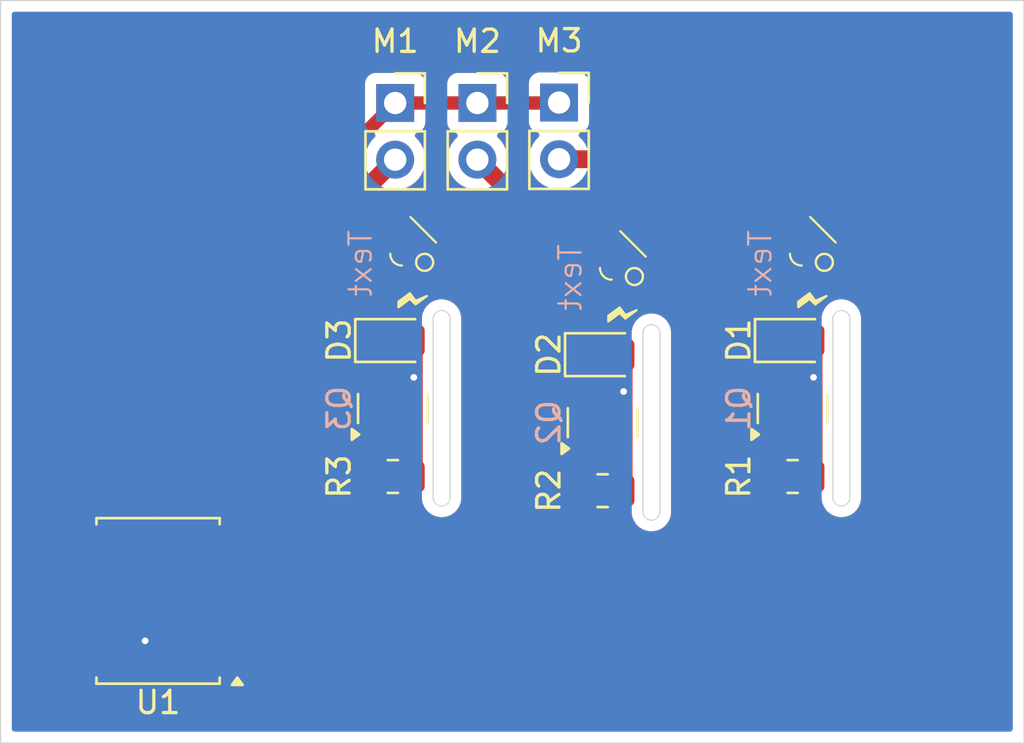
<source format=kicad_pcb>
(kicad_pcb (version 20240108) (generator "pcbnew") (generator_version "8.0")
  (layers (0 "F.Cu" signal) (31 "B.Cu" signal) (34 "B.Paste" user) (35 "F.Paste" user) (36 "B.SilkS" user "B.Silkscreen") (37 "F.SilkS" user "F.Silkscreen") (38 "B.Mask" user) (39 "F.Mask" user) (44 "Edge.Cuts" user))
  (net 0 "")
  (net 1 "/Sinking Digital2/Output")
  (net 2 "+3.3V")
  (net 3 "/Sinking Digital1/Output")
  (net 4 "/Sinking Digital/Output")
  (net 5 "GND")
  (net 6 "/Sinking Digital/Input")
  (net 7 "/Sinking Digital1/Input")
  (net 8 "/Sinking Digital2/Input")
  (footprint "Package_SO:SSOP-20_5.3x7.2mm_P0.65mm" (layer "F.Cu") (at 75.001 44.566 180)
    (property "Reference" "U1" (at 0 -4.55 180) (layer "F.SilkS"))
    (property "Value" "ATtiny1626-X")
    (fp_line (start 2.76 3.71) (end 2.76 3.435) (stroke (width 0.12)) (layer "F.SilkS"))
    (fp_line (start 2.76 -3.71) (end 2.76 -3.435) (stroke (width 0.12)) (layer "F.SilkS"))
    (fp_line (start 0 3.71) (end 2.76 3.71) (stroke (width 0.12)) (layer "F.SilkS"))
    (fp_line (start 0 3.71) (end -2.76 3.71) (stroke (width 0.12)) (layer "F.SilkS"))
    (fp_line (start 0 -3.71) (end 2.76 -3.71) (stroke (width 0.12)) (layer "F.SilkS"))
    (fp_line (start 0 -3.71) (end -2.76 -3.71) (stroke (width 0.12)) (layer "F.SilkS"))
    (fp_line (start -2.76 3.71) (end -2.76 3.435) (stroke (width 0.12)) (layer "F.SilkS"))
    (fp_line (start -2.76 -3.71) (end -2.76 -3.435) (stroke (width 0.12)) (layer "F.SilkS"))
    (fp_poly (pts (xy -3.55 -3.435) (xy -3.79 -3.765) (xy -3.309999 -3.765) (xy -3.55 -3.435)) (stroke (width 0.12)) (fill solid) (layer "F.SilkS"))
    (pad "1" smd roundrect (at -3.5 -2.925 180) (size 1.9 0.5) (layers "F.Cu" "F.Paste" "F.Mask") (net 2 "+3.3V"))
    (pad "2" smd roundrect (at -3.5 -2.275 180) (size 1.9 0.5) (layers "F.Cu" "F.Paste" "F.Mask"))
    (pad "3" smd roundrect (at -3.5 -1.625 180) (size 1.9 0.5) (layers "F.Cu" "F.Paste" "F.Mask"))
    (pad "4" smd roundrect (at -3.5 -0.975 180) (size 1.9 0.5) (layers "F.Cu" "F.Paste" "F.Mask"))
    (pad "5" smd roundrect (at -3.5 -0.325 180) (size 1.9 0.5) (layers "F.Cu" "F.Paste" "F.Mask"))
    (pad "6" smd roundrect (at -3.5 0.325 180) (size 1.9 0.5) (layers "F.Cu" "F.Paste" "F.Mask") (net 6 "/Sinking Digital/Input"))
    (pad "7" smd roundrect (at -3.5 0.975 180) (size 1.9 0.5) (layers "F.Cu" "F.Paste" "F.Mask") (net 7 "/Sinking Digital1/Input"))
    (pad "8" smd roundrect (at -3.5 1.625 180) (size 1.9 0.5) (layers "F.Cu" "F.Paste" "F.Mask") (net 8 "/Sinking Digital2/Input"))
    (pad "9" smd roundrect (at -3.5 2.275 180) (size 1.9 0.5) (layers "F.Cu" "F.Paste" "F.Mask"))
    (pad "10" smd roundrect (at -3.5 2.925 180) (size 1.9 0.5) (layers "F.Cu" "F.Paste" "F.Mask"))
    (pad "11" smd roundrect (at 3.5 2.925 180) (size 1.9 0.5) (layers "F.Cu" "F.Paste" "F.Mask"))
    (pad "12" smd roundrect (at 3.5 2.275 180) (size 1.9 0.5) (layers "F.Cu" "F.Paste" "F.Mask"))
    (pad "13" smd roundrect (at 3.5 1.625 180) (size 1.9 0.5) (layers "F.Cu" "F.Paste" "F.Mask"))
    (pad "14" smd roundrect (at 3.5 0.975 180) (size 1.9 0.5) (layers "F.Cu" "F.Paste" "F.Mask"))
    (pad "15" smd roundrect (at 3.5 0.325 180) (size 1.9 0.5) (layers "F.Cu" "F.Paste" "F.Mask"))
    (pad "16" smd roundrect (at 3.5 -0.325 180) (size 1.9 0.5) (layers "F.Cu" "F.Paste" "F.Mask"))
    (pad "17" smd roundrect (at 3.5 -0.975 180) (size 1.9 0.5) (layers "F.Cu" "F.Paste" "F.Mask"))
    (pad "18" smd roundrect (at 3.5 -1.625 180) (size 1.9 0.5) (layers "F.Cu" "F.Paste" "F.Mask"))
    (pad "19" smd roundrect (at 3.5 -2.275 180) (size 1.9 0.5) (layers "F.Cu" "F.Paste" "F.Mask"))
    (pad "20" smd roundrect (at 3.5 -2.925 180) (size 1.9 0.5) (layers "F.Cu" "F.Paste" "F.Mask") (net 5 "GND"))
  )
  (footprint "Diode_SMD:D_0805_2012Metric" (layer "F.Cu") (at 85.519501 32.893)
    (property "Reference" "D3" (at -2.413 0 -90) (layer "F.SilkS"))
    (property "Value" "D_Schottky_Small")
    (fp_line (start -1.684999 -0.96) (end -1.684999 0.96) (stroke (width 0.12)) (layer "F.SilkS"))
    (fp_line (start -1.684999 0.96) (end 1 0.96) (stroke (width 0.12)) (layer "F.SilkS"))
    (fp_line (start 1 -0.96) (end -1.684999 -0.96) (stroke (width 0.12)) (layer "F.SilkS"))
    (pad "1" smd roundrect (at -0.937501 0) (size 0.975 1.4) (layers "F.Cu" "F.Paste" "F.Mask") (net 1 "/Sinking Digital2/Output"))
    (pad "2" smd roundrect (at 0.937501 0) (size 0.975 1.4) (layers "F.Cu" "F.Paste" "F.Mask") (net 5 "GND"))
  )
  (footprint "Resistor_SMD:R_0805_2012Metric" (layer "F.Cu") (at 94.917501 39.624)
    (property "Reference" "R2" (at -2.413 0 -90) (layer "F.SilkS"))
    (property "Value" "10k")
    (fp_line (start -0.227064 -0.735) (end 0.227064 -0.735) (stroke (width 0.12)) (layer "F.SilkS"))
    (fp_line (start -0.227064 0.735) (end 0.227064 0.735) (stroke (width 0.12)) (layer "F.SilkS"))
    (pad "1" smd roundrect (at -0.9125 0) (size 1.025 1.4) (layers "F.Cu" "F.Paste" "F.Mask") (roundrect_rratio 0.243902) (net 7 "/Sinking Digital1/Input"))
    (pad "2" smd roundrect (at 0.9125 0) (size 1.025 1.4) (layers "F.Cu" "F.Paste" "F.Mask") (roundrect_rratio 0.243902) (net 5 "GND"))
  )
  (footprint "Package_TO_SOT_SMD:SOT-23" (layer "F.Cu") (at 94.917501 36.576 90)
    (property "Reference" "Q2" (at 0 -2.413 90) (layer "B.SilkS") (effects (justify mirror)))
    (property "Value" "MMBT2222A")
    (fp_line (start 0 -1.560001) (end 0.65 -1.56) (stroke (width 0.12)) (layer "F.SilkS"))
    (fp_line (start 0 -1.560001) (end -0.65 -1.56) (stroke (width 0.12)) (layer "F.SilkS"))
    (fp_line (start 0 1.560001) (end 0.65 1.56) (stroke (width 0.12)) (layer "F.SilkS"))
    (fp_line (start 0 1.560001) (end -0.65 1.56) (stroke (width 0.12)) (layer "F.SilkS"))
    (fp_poly (pts (xy -1.1625 -1.51) (xy -1.4025 -1.84) (xy -0.9225 -1.839999) (xy -1.1625 -1.51)) (stroke (width 0.12)) (fill solid) (layer "F.SilkS"))
    (pad "1" smd roundrect (at -0.9375 -0.95 90) (size 1.475 0.6) (layers "F.Cu" "F.Paste" "F.Mask") (net 7 "/Sinking Digital1/Input"))
    (pad "2" smd roundrect (at -0.9375 0.95 90) (size 1.475 0.6) (layers "F.Cu" "F.Paste" "F.Mask") (net 5 "GND"))
    (pad "3" smd roundrect (at 0.937501 0 90) (size 1.475 0.6) (layers "F.Cu" "F.Paste" "F.Mask") (net 3 "/Sinking Digital1/Output"))
  )
  (footprint "Connector_PinSocket_2.54mm:PinSocket_1x02_P2.54mm_Vertical" (layer "F.Cu") (at 89.306 22.245)
    (property "Reference" "M2" (at 0 -2.77 0) (layer "F.SilkS"))
    (property "Value" "Motor_DC" (hide yes))
    (fp_line (start -1.33 1.27) (end -1.33 3.87) (stroke (width 0.12)) (layer "F.SilkS"))
    (fp_line (start -1.33 1.27) (end 1.33 1.27) (stroke (width 0.12)) (layer "F.SilkS"))
    (fp_line (start -1.33 3.87) (end 1.33 3.87) (stroke (width 0.12)) (layer "F.SilkS"))
    (fp_line (start 0 -1.33) (end 1.33 -1.33) (stroke (width 0.12)) (layer "F.SilkS"))
    (fp_line (start 1.33 -1.33) (end 1.33 0) (stroke (width 0.12)) (layer "F.SilkS"))
    (fp_line (start 1.33 1.27) (end 1.33 3.87) (stroke (width 0.12)) (layer "F.SilkS"))
    (pad "1" thru_hole rect (at 0 0) (size 1.7 1.7) (drill 1) (layers "*.Cu" "*.Mask") (net 2 "+3.3V"))
    (pad "2" thru_hole oval (at 0 2.54) (size 1.7 1.7) (drill 1) (layers "*.Cu" "*.Mask") (net 3 "/Sinking Digital1/Output"))
  )
  (footprint "Resistor_SMD:R_0805_2012Metric" (layer "F.Cu") (at 85.519501 38.989)
    (property "Reference" "R3" (at -2.413 0 -90) (layer "F.SilkS"))
    (property "Value" "10k")
    (fp_line (start -0.227064 -0.735) (end 0.227064 -0.735) (stroke (width 0.12)) (layer "F.SilkS"))
    (fp_line (start -0.227064 0.735) (end 0.227064 0.735) (stroke (width 0.12)) (layer "F.SilkS"))
    (pad "1" smd roundrect (at -0.9125 0) (size 1.025 1.4) (layers "F.Cu" "F.Paste" "F.Mask") (roundrect_rratio 0.243902) (net 8 "/Sinking Digital2/Input"))
    (pad "2" smd roundrect (at 0.9125 0) (size 1.025 1.4) (layers "F.Cu" "F.Paste" "F.Mask") (roundrect_rratio 0.243902) (net 5 "GND"))
  )
  (footprint "Diode_SMD:D_0805_2012Metric" (layer "F.Cu") (at 94.917501 33.528)
    (property "Reference" "D2" (at -2.413 0 -90) (layer "F.SilkS"))
    (property "Value" "D_Schottky_Small")
    (fp_line (start -1.684999 -0.96) (end -1.684999 0.96) (stroke (width 0.12)) (layer "F.SilkS"))
    (fp_line (start -1.684999 0.96) (end 1 0.96) (stroke (width 0.12)) (layer "F.SilkS"))
    (fp_line (start 1 -0.96) (end -1.684999 -0.96) (stroke (width 0.12)) (layer "F.SilkS"))
    (pad "1" smd roundrect (at -0.937501 0) (size 0.975 1.4) (layers "F.Cu" "F.Paste" "F.Mask") (net 3 "/Sinking Digital1/Output"))
    (pad "2" smd roundrect (at 0.937501 0) (size 0.975 1.4) (layers "F.Cu" "F.Paste" "F.Mask") (net 5 "GND"))
  )
  (footprint "Package_TO_SOT_SMD:SOT-23" (layer "F.Cu") (at 103.426501 35.941 90)
    (property "Reference" "Q1" (at 0 -2.413 90) (layer "B.SilkS") (effects (justify mirror)))
    (property "Value" "MMBT2222A")
    (fp_line (start 0 -1.560001) (end 0.65 -1.56) (stroke (width 0.12)) (layer "F.SilkS"))
    (fp_line (start 0 -1.560001) (end -0.65 -1.56) (stroke (width 0.12)) (layer "F.SilkS"))
    (fp_line (start 0 1.560001) (end 0.65 1.56) (stroke (width 0.12)) (layer "F.SilkS"))
    (fp_line (start 0 1.560001) (end -0.65 1.56) (stroke (width 0.12)) (layer "F.SilkS"))
    (fp_poly (pts (xy -1.1625 -1.51) (xy -1.4025 -1.84) (xy -0.9225 -1.839999) (xy -1.1625 -1.51)) (stroke (width 0.12)) (fill solid) (layer "F.SilkS"))
    (pad "1" smd roundrect (at -0.9375 -0.95 90) (size 1.475 0.6) (layers "F.Cu" "F.Paste" "F.Mask") (net 6 "/Sinking Digital/Input"))
    (pad "2" smd roundrect (at -0.9375 0.95 90) (size 1.475 0.6) (layers "F.Cu" "F.Paste" "F.Mask") (net 5 "GND"))
    (pad "3" smd roundrect (at 0.937501 0 90) (size 1.475 0.6) (layers "F.Cu" "F.Paste" "F.Mask") (net 4 "/Sinking Digital/Output"))
  )
  (footprint "Package_TO_SOT_SMD:SOT-23" (layer "F.Cu") (at 85.519501 35.941 90)
    (property "Reference" "Q3" (at 0 -2.413 90) (layer "B.SilkS") (effects (justify mirror)))
    (property "Value" "MMBT2222A")
    (fp_line (start 0 -1.560001) (end 0.65 -1.56) (stroke (width 0.12)) (layer "F.SilkS"))
    (fp_line (start 0 -1.560001) (end -0.65 -1.56) (stroke (width 0.12)) (layer "F.SilkS"))
    (fp_line (start 0 1.560001) (end 0.65 1.56) (stroke (width 0.12)) (layer "F.SilkS"))
    (fp_line (start 0 1.560001) (end -0.65 1.56) (stroke (width 0.12)) (layer "F.SilkS"))
    (fp_poly (pts (xy -1.1625 -1.51) (xy -1.4025 -1.84) (xy -0.9225 -1.839999) (xy -1.1625 -1.51)) (stroke (width 0.12)) (fill solid) (layer "F.SilkS"))
    (pad "1" smd roundrect (at -0.9375 -0.95 90) (size 1.475 0.6) (layers "F.Cu" "F.Paste" "F.Mask") (net 8 "/Sinking Digital2/Input"))
    (pad "2" smd roundrect (at -0.9375 0.95 90) (size 1.475 0.6) (layers "F.Cu" "F.Paste" "F.Mask") (net 5 "GND"))
    (pad "3" smd roundrect (at 0.937501 0 90) (size 1.475 0.6) (layers "F.Cu" "F.Paste" "F.Mask") (net 1 "/Sinking Digital2/Output"))
  )
  (footprint "Connector_PinSocket_2.54mm:PinSocket_1x02_P2.54mm_Vertical" (layer "F.Cu") (at 92.964 22.225)
    (property "Reference" "M3" (at 0 -2.77 0) (layer "F.SilkS"))
    (property "Value" "Motor_DC" (hide yes))
    (fp_line (start -1.33 1.27) (end -1.33 3.87) (stroke (width 0.12)) (layer "F.SilkS"))
    (fp_line (start -1.33 1.27) (end 1.33 1.27) (stroke (width 0.12)) (layer "F.SilkS"))
    (fp_line (start -1.33 3.87) (end 1.33 3.87) (stroke (width 0.12)) (layer "F.SilkS"))
    (fp_line (start 0 -1.33) (end 1.33 -1.33) (stroke (width 0.12)) (layer "F.SilkS"))
    (fp_line (start 1.33 -1.33) (end 1.33 0) (stroke (width 0.12)) (layer "F.SilkS"))
    (fp_line (start 1.33 1.27) (end 1.33 3.87) (stroke (width 0.12)) (layer "F.SilkS"))
    (pad "1" thru_hole rect (at 0 0) (size 1.7 1.7) (drill 1) (layers "*.Cu" "*.Mask") (net 2 "+3.3V"))
    (pad "2" thru_hole oval (at 0 2.54) (size 1.7 1.7) (drill 1) (layers "*.Cu" "*.Mask") (net 4 "/Sinking Digital/Output"))
  )
  (footprint "Diode_SMD:D_0805_2012Metric" (layer "F.Cu") (at 103.426501 32.893)
    (property "Reference" "D1" (at -2.413 0 -90) (layer "F.SilkS"))
    (property "Value" "D_Schottky_Small")
    (fp_line (start -1.684999 -0.96) (end -1.684999 0.96) (stroke (width 0.12)) (layer "F.SilkS"))
    (fp_line (start -1.684999 0.96) (end 1 0.96) (stroke (width 0.12)) (layer "F.SilkS"))
    (fp_line (start 1 -0.96) (end -1.684999 -0.96) (stroke (width 0.12)) (layer "F.SilkS"))
    (pad "1" smd roundrect (at -0.937501 0) (size 0.975 1.4) (layers "F.Cu" "F.Paste" "F.Mask") (net 4 "/Sinking Digital/Output"))
    (pad "2" smd roundrect (at 0.937501 0) (size 0.975 1.4) (layers "F.Cu" "F.Paste" "F.Mask") (net 5 "GND"))
  )
  (footprint "Resistor_SMD:R_0805_2012Metric" (layer "F.Cu") (at 103.426501 38.989)
    (property "Reference" "R1" (at -2.413 0 -90) (layer "F.SilkS"))
    (property "Value" "10k")
    (fp_line (start -0.227064 -0.735) (end 0.227064 -0.735) (stroke (width 0.12)) (layer "F.SilkS"))
    (fp_line (start -0.227064 0.735) (end 0.227064 0.735) (stroke (width 0.12)) (layer "F.SilkS"))
    (pad "1" smd roundrect (at -0.9125 0) (size 1.025 1.4) (layers "F.Cu" "F.Paste" "F.Mask") (roundrect_rratio 0.243902) (net 6 "/Sinking Digital/Input"))
    (pad "2" smd roundrect (at 0.9125 0) (size 1.025 1.4) (layers "F.Cu" "F.Paste" "F.Mask") (roundrect_rratio 0.243902) (net 5 "GND"))
  )
  (footprint "Connector_PinSocket_2.54mm:PinSocket_1x02_P2.54mm_Vertical" (layer "F.Cu") (at 85.623 22.245)
    (property "Reference" "M1" (at 0 -2.77 0) (layer "F.SilkS"))
    (property "Value" "Motor_DC" (hide yes))
    (fp_line (start -1.33 1.27) (end -1.33 3.87) (stroke (width 0.12)) (layer "F.SilkS"))
    (fp_line (start -1.33 1.27) (end 1.33 1.27) (stroke (width 0.12)) (layer "F.SilkS"))
    (fp_line (start -1.33 3.87) (end 1.33 3.87) (stroke (width 0.12)) (layer "F.SilkS"))
    (fp_line (start 0 -1.33) (end 1.33 -1.33) (stroke (width 0.12)) (layer "F.SilkS"))
    (fp_line (start 1.33 -1.33) (end 1.33 0) (stroke (width 0.12)) (layer "F.SilkS"))
    (fp_line (start 1.33 1.27) (end 1.33 3.87) (stroke (width 0.12)) (layer "F.SilkS"))
    (pad "1" thru_hole rect (at 0 0) (size 1.7 1.7) (drill 1) (layers "*.Cu" "*.Mask") (net 2 "+3.3V"))
    (pad "2" thru_hole oval (at 0 2.54) (size 1.7 1.7) (drill 1) (layers "*.Cu" "*.Mask") (net 1 "/Sinking Digital2/Output"))
  )
  (gr_poly (pts (xy 85.770689 31.405349) (xy 86.278689 31.024349) (xy 86.53788 31.273158) (xy 87.040689 30.897349) (xy 86.535501 31.115) (xy 86.281916 30.773576) (xy 85.770689 31.151349)) (stroke (width 0.1)) (fill solid) (layer "F.SilkS"))
  (gr_poly (pts (xy 95.168689 32.040349) (xy 95.676689 31.659349) (xy 95.93588 31.908158) (xy 96.438689 31.532349) (xy 95.933501 31.75) (xy 95.679916 31.408576) (xy 95.168689 31.786349)) (stroke (width 0.1)) (fill solid) (layer "F.SilkS"))
  (gr_circle (center 96.339901 30.0228) (end 95.958901 30.0228) (stroke (width 0.1)) (fill none) (layer "F.SilkS"))
  (gr_line (start 104.213901 27.3558) (end 105.356901 28.4988) (stroke (width 0.1)) (layer "F.SilkS"))
  (gr_line (start 95.704901 27.9908) (end 96.847901 29.1338) (stroke (width 0.1)) (layer "F.SilkS"))
  (gr_circle (center 104.848901 29.3878) (end 104.467901 29.3878) (stroke (width 0.1)) (fill none) (layer "F.SilkS"))
  (gr_circle (center 104.848901 29.3878) (end 104.467901 29.3878) (stroke (width 0.1)) (fill none) (layer "F.SilkS"))
  (gr_arc (start 103.832901 29.530434) (mid 103.462636 29.377065) (end 103.309267 29.0068) (stroke (width 0.1)) (layer "F.SilkS"))
  (gr_circle (center 86.941901 29.3878) (end 86.560901 29.3878) (stroke (width 0.1)) (fill none) (layer "F.SilkS"))
  (gr_arc (start 85.925901 29.530434) (mid 85.555636 29.377065) (end 85.402267 29.0068) (stroke (width 0.1)) (layer "F.SilkS"))
  (gr_line (start 86.306901 27.3558) (end 87.449901 28.4988) (stroke (width 0.1)) (layer "F.SilkS"))
  (gr_circle (center 86.941901 29.3878) (end 86.560901 29.3878) (stroke (width 0.1)) (fill none) (layer "F.SilkS"))
  (gr_circle (center 96.339901 30.0228) (end 95.958901 30.0228) (stroke (width 0.1)) (fill none) (layer "F.SilkS"))
  (gr_arc (start 95.323901 30.165434) (mid 94.953636 30.012065) (end 94.800267 29.6418) (stroke (width 0.1)) (layer "F.SilkS"))
  (gr_poly (pts (xy 103.677689 31.405349) (xy 104.185689 31.024349) (xy 104.44488 31.273158) (xy 104.947689 30.897349) (xy 104.442501 31.115) (xy 104.188916 30.773576) (xy 103.677689 31.151349)) (stroke (width 0.1)) (fill solid) (layer "F.SilkS"))
  (gr_arc (start 97.482901 40.5638) (mid 97.101901 40.9448) (end 96.720901 40.5638) (stroke (width 0.05)) (layer "Edge.Cuts"))
  (gr_line (start 105.991901 31.9278) (end 105.991901 39.9288) (stroke (width 0.05)) (layer "Edge.Cuts"))
  (gr_arc (start 96.720901 32.5628) (mid 97.101901 32.1818) (end 97.482901 32.5628) (stroke (width 0.05)) (layer "Edge.Cuts"))
  (gr_arc (start 88.084901 39.9288) (mid 87.703901 40.3098) (end 87.322901 39.9288) (stroke (width 0.05)) (layer "Edge.Cuts"))
  (gr_arc (start 105.229901 31.9278) (mid 105.610901 31.5468) (end 105.991901 31.9278) (stroke (width 0.05)) (layer "Edge.Cuts"))
  (gr_line (start 97.482901 32.5628) (end 97.482901 40.5638) (stroke (width 0.05)) (layer "Edge.Cuts"))
  (gr_line (start 88.084901 31.9278) (end 88.084901 39.9288) (stroke (width 0.05)) (layer "Edge.Cuts"))
  (gr_arc (start 105.991901 39.9288) (mid 105.610901 40.3098) (end 105.229901 39.9288) (stroke (width 0.05)) (layer "Edge.Cuts"))
  (gr_line (start 96.720901 40.5638) (end 96.720901 32.5628) (stroke (width 0.05)) (layer "Edge.Cuts"))
  (gr_arc (start 87.322901 31.9278) (mid 87.703901 31.5468) (end 88.084901 31.9278) (stroke (width 0.05)) (layer "Edge.Cuts"))
  (gr_line (start 105.229901 39.9288) (end 105.229901 31.9278) (stroke (width 0.05)) (layer "Edge.Cuts"))
  (gr_rect (start 67.945 17.653) (end 113.792 50.927) (stroke (width 0.05)) (fill none) (layer "Edge.Cuts"))
  (gr_line (start 87.322901 39.9288) (end 87.322901 31.9278) (stroke (width 0.05)) (layer "Edge.Cuts"))
  (gr_text "Text" (at 94.053901 28.4988 90) (layer "B.SilkS") (effects (font (size 1 1) (thickness 0.1)) (justify left bottom mirror)))
  (gr_text "Text" (at 102.562901 27.8638 90) (layer "B.SilkS") (effects (font (size 1 1) (thickness 0.1)) (justify left bottom mirror)))
  (gr_text "Text" (at 84.655901 27.8638 90) (layer "B.SilkS") (effects (font (size 1 1) (thickness 0.1)) (justify left bottom mirror)))
  (segment (start 84.582 32.893) (end 84.582 34.128498) (width 0.8) (layer "F.Cu") (net 1))
  (segment (start 84.582 34.128498) (end 85.457002 35.0035) (width 0.8) (layer "F.Cu") (net 1))
  (segment (start 84.594499 25.813501) (end 85.623 24.785) (width 0.8) (layer "F.Cu") (net 1))
  (segment (start 84.594499 32.9305) (end 84.594499 25.813501) (width 0.8) (layer "F.Cu") (net 1))
  (segment (start 92.944 22.245) (end 85.623 22.245) (width 0.6) (layer "F.Cu") (net 2))
  (segment (start 76.435 49.657) (end 78.501 47.591) (width 0.6) (layer "F.Cu") (net 2))
  (segment (start 92.964 22.225) (end 92.944 22.245) (width 0.6) (layer "F.Cu") (net 2))
  (segment (start 69.342 49.657) (end 76.435 49.657) (width 0.6) (layer "F.Cu") (net 2))
  (segment (start 85.623 22.245) (end 69.342 38.526) (width 0.6) (layer "F.Cu") (net 2))
  (segment (start 69.342 38.526) (end 69.342 49.657) (width 0.6) (layer "F.Cu") (net 2))
  (segment (start 93.98 34.763498) (end 94.855002 35.6385) (width 0.8) (layer "F.Cu") (net 3))
  (segment (start 93.98 33.528) (end 93.98 29.459) (width 0.8) (layer "F.Cu") (net 3))
  (segment (start 93.98 29.459) (end 89.306 24.785) (width 0.8) (layer "F.Cu") (net 3))
  (segment (start 93.98 33.528) (end 93.98 34.763498) (width 0.8) (layer "F.Cu") (net 3))
  (segment (start 102.489 32.893) (end 102.489 34.128498) (width 0.8) (layer "F.Cu") (net 4))
  (segment (start 102.489 34.128498) (end 103.364002 35.0035) (width 0.8) (layer "F.Cu") (net 4))
  (segment (start 102.628499 32.8445) (end 94.548999 24.765) (width 0.8) (layer "F.Cu") (net 4))
  (segment (start 94.548999 24.765) (end 92.964 24.765) (width 0.8) (layer "F.Cu") (net 4))
  (segment (start 74.422 46.355) (end 73.286 47.491) (width 0.4) (layer "F.Cu") (net 5))
  (segment (start 95.855002 33.528) (end 95.855002 39.598999) (width 0.8) (layer "F.Cu") (net 5))
  (segment (start 73.286 47.491) (end 71.501 47.491) (width 0.4) (layer "F.Cu") (net 5))
  (segment (start 86.457002 32.893) (end 86.457002 38.963999) (width 0.8) (layer "F.Cu") (net 5))
  (segment (start 104.364002 32.893) (end 104.364002 38.963999) (width 0.8) (layer "F.Cu") (net 5))
  (segment (start 95.855002 39.598999) (end 95.830001 39.624) (width 0.8) (layer "F.Cu") (net 5))
  (segment (start 86.457002 38.963999) (end 86.432001 38.989) (width 0.8) (layer "F.Cu") (net 5))
  (segment (start 104.364002 38.963999) (end 104.339001 38.989) (width 0.8) (layer "F.Cu") (net 5))
  (via (at 104.364002 34.544) (size 0.6) (drill 0.3) (layers "F.Cu" "B.Cu") (net 5))
  (via (at 74.422 46.355) (size 0.6) (drill 0.3) (layers "F.Cu" "B.Cu") (net 5))
  (via (at 95.855002 35.179) (size 0.6) (drill 0.3) (layers "F.Cu" "B.Cu") (net 5))
  (via (at 86.457002 34.544) (size 0.6) (drill 0.3) (layers "F.Cu" "B.Cu") (net 5))
  (segment (start 78.501 44.241) (end 97.353 44.241) (width 0.4) (layer "F.Cu") (net 6))
  (segment (start 102.476501 36.8785) (end 102.476501 38.9515) (width 0.8) (layer "F.Cu") (net 6))
  (segment (start 97.353 44.241) (end 102.6535 38.9405) (width 0.4) (layer "F.Cu") (net 6))
  (segment (start 102.476501 38.9515) (end 102.514001 38.989) (width 0.8) (layer "F.Cu") (net 6))
  (segment (start 93.967501 37.5135) (end 93.967501 39.5865) (width 0.8) (layer "F.Cu") (net 7))
  (segment (start 93.967501 39.5865) (end 94.005001 39.624) (width 0.8) (layer "F.Cu") (net 7))
  (segment (start 78.501 43.591) (end 90.038001 43.591) (width 0.4) (layer "F.Cu") (net 7))
  (segment (start 90.038001 43.591) (end 94.005001 39.624) (width 0.4) (layer "F.Cu") (net 7))
  (segment (start 80.705 42.941) (end 84.6195 39.0265) (width 0.4) (layer "F.Cu") (net 8))
  (segment (start 78.501 42.941) (end 80.705 42.941) (width 0.4) (layer "F.Cu") (net 8))
  (segment (start 84.569501 38.9515) (end 84.607001 38.989) (width 0.8) (layer "F.Cu") (net 8))
  (segment (start 84.569501 36.8785) (end 84.569501 38.9515) (width 0.8) (layer "F.Cu") (net 8))
  (zone (net 5) (net_name "GND") (layer "F.Cu") (connect_pads (clearance 0.5)) (min_thickness 0.25) (fill yes (thermal_gap 0.5) (thermal_bridge_width 0.5))
    (polygon (pts (xy 82.042 19.685) (xy 109.982 19.685) (xy 109.982 45.339) (xy 82.042 45.339)))
  )
  (zone (net 5) (net_name "GND") (layer "B.Cu") (priority 1) (connect_pads (clearance 0.5)) (min_thickness 0.25) (fill yes (thermal_gap 0.5) (thermal_bridge_width 0.5))
    (polygon (pts (xy 67.945 17.653) (xy 113.792 17.653) (xy 113.792 50.927) (xy 67.957994 50.939994)))
  )
)
</source>
